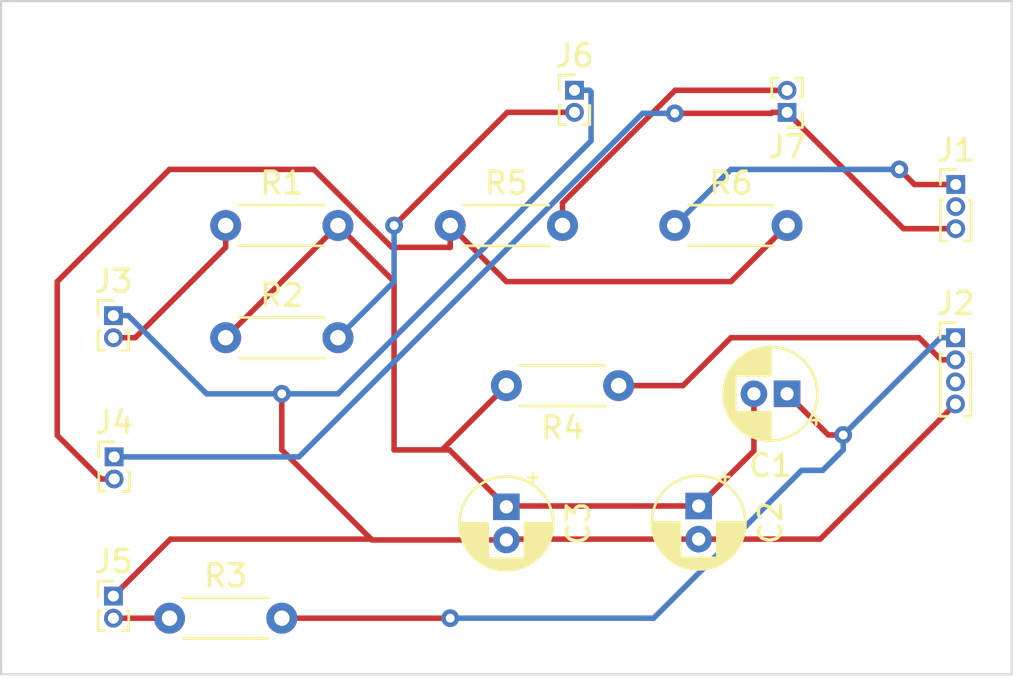
<source format=kicad_pcb>
(kicad_pcb (version 20211014) (generator pcbnew)
  (layers (0 "F.Cu" signal) (31 "B.Cu" signal) (34 "B.Paste" user) (35 "F.Paste" user) (36 "B.SilkS" user "B.Silkscreen") (37 "F.SilkS" user "F.Silkscreen") (38 "B.Mask" user) (39 "F.Mask" user) (44 "Edge.Cuts" user))
  (net 0 "")
  (net 1 "Net-(C1-Pad1)")
  (net 2 "Net-(C1-Pad2)")
  (net 3 "Net-(C3-Pad2)")
  (net 6 "Net-(J1-Pad1)")
  (net 7 "Net-(J4-Pad1)")
  (net 8 "Net-(R4-Pad1)")
  (net 9 "Net-(R1-Pad1)")
  (net 10 "Net-(J4-Pad2)")
  (net 11 "Net-(J5-Pad2)")
  (net 12 "Net-(R2-Pad2)")
  (net 13 "Net-(J7-Pad2)")
  (footprint "Capacitor_THT:CP_Radial_D4.0mm_P1.50mm" (layer "F.Cu") (at 139.7 106.717446 -90)
    (fp_text reference "C3" (at 0.75 -3.25 90) (layer "F.SilkS"))
    (fp_text value "1000pF")
    (fp_line (start 1.39 -1.982) (end 1.39 -0.84) (layer "F.SilkS") (width 0.12))
    (fp_line (start 1.951 0.84) (end 1.951 1.708) (layer "F.SilkS") (width 0.12))
    (fp_line (start 2.671 -0.859) (end 2.671 0.859) (layer "F.SilkS") (width 0.12))
    (fp_line (start 1.23 -2.025) (end 1.23 -0.84) (layer "F.SilkS") (width 0.12))
    (fp_line (start 1.35 0.84) (end 1.35 1.994) (layer "F.SilkS") (width 0.12))
    (fp_line (start 1.871 0.84) (end 1.871 1.76) (layer "F.SilkS") (width 0.12))
    (fp_line (start 2.151 -1.552) (end 2.151 -0.84) (layer "F.SilkS") (width 0.12))
    (fp_line (start 1.471 0.84) (end 1.471 1.954) (layer "F.SilkS") (width 0.12))
    (fp_line (start 1.07 0.84) (end 1.07 2.056) (layer "F.SilkS") (width 0.12))
    (fp_line (start 1.831 0.84) (end 1.831 1.785) (layer "F.SilkS") (width 0.12))
    (fp_line (start 2.391 -1.304) (end 2.391 1.304) (layer "F.SilkS") (width 0.12))
    (fp_line (start 1.631 -1.889) (end 1.631 -0.84) (layer "F.SilkS") (width 0.12))
    (fp_line (start 2.111 0.84) (end 2.111 1.587) (layer "F.SilkS") (width 0.12))
    (fp_line (start 1.03 0.84) (end 1.03 2.062) (layer "F.SilkS") (width 0.12))
    (fp_line (start 1.471 -1.954) (end 1.471 -0.84) (layer "F.SilkS") (width 0.12))
    (fp_line (start 2.751 -0.664) (end 2.751 0.664) (layer "F.SilkS") (width 0.12))
    (fp_line (start 1.911 -1.735) (end 1.911 -0.84) (layer "F.SilkS") (width 0.12))
    (fp_line (start 0.99 -2.067) (end 0.99 -0.84) (layer "F.SilkS") (width 0.12))
    (fp_line (start 1.791 0.84) (end 1.791 1.808) (layer "F.SilkS") (width 0.12))
    (fp_line (start 2.151 0.84) (end 2.151 1.552) (layer "F.SilkS") (width 0.12))
    (fp_line (start 0.79 -2.08) (end 0.79 -0.84) (layer "F.SilkS") (width 0.12))
    (fp_line (start 0.75 0.84) (end 0.75 2.08) (layer "F.SilkS") (width 0.12))
    (fp_line (start 1.751 0.84) (end 1.751 1.83) (layer "F.SilkS") (width 0.12))
    (fp_line (start 0.95 -2.071) (end 0.95 -0.84) (layer "F.SilkS") (width 0.12))
    (fp_line (start 2.111 -1.587) (end 2.111 -0.84) (layer "F.SilkS") (width 0.12))
    (fp_line (start 1.19 -2.034) (end 1.19 -0.84) (layer "F.SilkS") (width 0.12))
    (fp_line (start 2.591 -1.013) (end 2.591 1.013) (layer "F.SilkS") (width 0.12))
    (fp_line (start 1.871 -1.76) (end 1.871 -0.84) (layer "F.SilkS") (width 0.12))
    (fp_line (start 1.791 -1.808) (end 1.791 -0.84) (layer "F.SilkS") (width 0.12))
    (fp_line (start 1.27 0.84) (end 1.27 2.016) (layer "F.SilkS") (width 0.12))
    (fp_line (start 0.87 0.84) (end 0.87 2.077) (layer "F.SilkS") (width 0.12))
    (fp_line (start 2.431 -1.254) (end 2.431 1.254) (layer "F.SilkS") (width 0.12))
    (fp_line (start 2.351 -1.351) (end 2.351 1.351) (layer "F.SilkS") (width 0.12))
    (fp_line (start 1.11 0.84) (end 1.11 2.05) (layer "F.SilkS") (width 0.12))
    (fp_line (start 1.911 0.84) (end 1.911 1.735) (layer "F.SilkS") (width 0.12))
    (fp_line (start 0.75 -2.08) (end 0.75 -0.84) (layer "F.SilkS") (width 0.12))
    (fp_line (start 1.551 -1.924) (end 1.551 -0.84) (layer "F.SilkS") (width 0.12))
    (fp_line (start 1.671 0.84) (end 1.671 1.87) (layer "F.SilkS") (width 0.12))
    (fp_line (start 1.591 -1.907) (end 1.591 -0.84) (layer "F.SilkS") (width 0.12))
    (fp_line (start 1.991 0.84) (end 1.991 1.68) (layer "F.SilkS") (width 0.12))
    (fp_line (start 0.99 0.84) (end 0.99 2.067) (layer "F.SilkS") (width 0.12))
    (fp_line (start 1.31 -2.005) (end 1.31 -0.84) (layer "F.SilkS") (width 0.12))
    (fp_line (start 2.831 -0.37) (end 2.831 0.37) (layer "F.SilkS") (width 0.12))
    (fp_line (start 1.15 0.84) (end 1.15 2.042) (layer "F.SilkS") (width 0.12))
    (fp_line (start 1.711 -1.851) (end 1.711 -0.84) (layer "F.SilkS") (width 0.12))
    (fp_line (start 2.031 0.84) (end 2.031 1.65) (layer "F.SilkS") (width 0.12))
    (fp_line (start 1.951 -1.708) (end 1.951 -0.84) (layer "F.SilkS") (width 0.12))
    (fp_line (start 1.07 -2.056) (end 1.07 -0.84) (layer "F.SilkS") (width 0.12))
    (fp_line (start 2.071 0.84) (end 2.071 1.619) (layer "F.SilkS") (width 0.12))
    (fp_line (start 2.631 -0.94) (end 2.631 0.94) (layer "F.SilkS") (width 0.12))
    (fp_line (start 2.271 -1.438) (end 2.271 -0.84) (layer "F.SilkS") (width 0.12))
    (fp_line (start 1.831 -1.785) (end 1.831 -0.84) (layer "F.SilkS") (width 0.12))
    (fp_line (start 1.27 -2.016) (end 1.27 -0.84) (layer "F.SilkS") (width 0.12))
    (fp_line (start 1.551 0.84) (end 1.551 1.924) (layer "F.SilkS") (width 0.12))
    (fp_line (start 1.19 0.84) (end 1.19 2.034) (layer "F.SilkS") (width 0.12))
    (fp_line (start -1.319801 -1.395) (end -1.319801 -0.995) (layer "F.SilkS") (width 0.12))
    (fp_line (start 1.511 0.84) (end 1.511 1.94) (layer "F.SilkS") (width 0.12))
    (fp_line (start 1.11 -2.05) (end 1.11 -0.84) (layer "F.SilkS") (width 0.12))
    (fp_line (start 0.91 0.84) (end 0.91 2.074) (layer "F.SilkS") (width 0.12))
    (fp_line (start 0.95 0.84) (end 0.95 2.071) (layer "F.SilkS") (width 0.12))
    (fp_line (start 2.031 -1.65) (end 2.031 -0.84) (layer "F.SilkS") (width 0.12))
    (fp_line (start 2.791 -0.537) (end 2.791 0.537) (layer "F.SilkS") (width 0.12))
    (fp_line (start 2.511 -1.142) (end 2.511 1.142) (layer "F.SilkS") (width 0.12))
    (fp_line (start 1.671 -1.87) (end 1.671 -0.84) (layer "F.SilkS") (width 0.12))
    (fp_line (start 0.91 -2.074) (end 0.91 -0.84) (layer "F.SilkS") (width 0.12))
    (fp_line (start 1.23 0.84) (end 1.23 2.025) (layer "F.SilkS") (width 0.12))
    (fp_line (start 0.79 0.84) (end 0.79 2.08) (layer "F.SilkS") (width 0.12))
    (fp_line (start 1.03 -2.062) (end 1.03 -0.84) (layer "F.SilkS") (width 0.12))
    (fp_line (start 1.31 0.84) (end 1.31 2.005) (layer "F.SilkS") (width 0.12))
    (fp_line (start 1.711 0.84) (end 1.711 1.851) (layer "F.SilkS") (width 0.12))
    (fp_line (start 2.271 0.84) (end 2.271 1.438) (layer "F.SilkS") (width 0.12))
    (fp_line (start 2.071 -1.619) (end 2.071 -0.84) (layer "F.SilkS") (width 0.12))
    (fp_line (start 2.471 -1.2) (end 2.471 1.2) (layer "F.SilkS") (width 0.12))
    (fp_line (start 0.83 0.84) (end 0.83 2.079) (layer "F.SilkS") (width 0.12))
    (fp_line (start 2.231 -1.478) (end 2.231 -0.84) (layer "F.SilkS") (width 0.12))
    (fp_line (start 1.35 -1.994) (end 1.35 -0.84) (layer "F.SilkS") (width 0.12))
    (fp_line (start -1.519801 -1.195) (end -1.119801 -1.195) (layer "F.SilkS") (width 0.12))
    (fp_line (start 2.191 -1.516) (end 2.191 -0.84) (layer "F.SilkS") (width 0.12))
    (fp_line (start 0.87 -2.077) (end 0.87 -0.84) (layer "F.SilkS") (width 0.12))
    (fp_line (start 1.511 -1.94) (end 1.511 -0.84) (layer "F.SilkS") (width 0.12))
    (fp_line (start 2.311 0.84) (end 2.311 1.396) (layer "F.SilkS") (width 0.12))
    (fp_line (start 1.39 0.84) (end 1.39 1.982) (layer "F.SilkS") (width 0.12))
    (fp_line (start 1.751 -1.83) (end 1.751 -0.84) (layer "F.SilkS") (width 0.12))
    (fp_line (start 2.551 -1.08) (end 2.551 1.08) (layer "F.SilkS") (width 0.12))
    (fp_line (start 1.43 -1.968) (end 1.43 -0.84) (layer "F.SilkS") (width 0.12))
    (fp_line (start 2.311 -1.396) (end 2.311 -0.84) (layer "F.SilkS") (width 0.12))
    (fp_line (start 2.711 -0.768) (end 2.711 0.768) (layer "F.SilkS") (width 0.12))
    (fp_line (start 1.991 -1.68) (end 1.991 -0.84) (layer "F.SilkS") (width 0.12))
    (fp_line (start 1.15 -2.042) (end 1.15 -0.84) (layer "F.SilkS") (width 0.12))
    (fp_line (start 2.191 0.84) (end 2.191 1.516) (layer "F.SilkS") (width 0.12))
    (fp_line (start 0.83 -2.079) (end 0.83 -0.84) (layer "F.SilkS") (width 0.12))
    (fp_line (start 2.231 0.84) (end 2.231 1.478) (layer "F.SilkS") (width 0.12))
    (fp_line (start 1.591 0.84) (end 1.591 1.907) (layer "F.SilkS") (width 0.12))
    (fp_line (start 1.43 0.84) (end 1.43 1.968) (layer "F.SilkS") (width 0.12))
    (fp_line (start 1.631 0.84) (end 1.631 1.889) (layer "F.SilkS") (width 0.12))
    (fp_circle (center 0.75 0) (end 2.87 0) (layer "F.SilkS") (width 0.12) (fill none))
    (pad "1" thru_hole rect (at 0 0 270) (size 1.2 1.2) (drill 0.6) (layers *.Cu *.Mask) (net 2 "Net-(C1-Pad2)"))
    (pad "2" thru_hole circle (at 1.5 0 270) (size 1.2 1.2) (drill 0.6) (layers *.Cu *.Mask) (net 3 "Net-(C3-Pad2)"))
  )
  (footprint "Resistor_THT:R_Axial_DIN0204_L3.6mm_D1.6mm_P5.08mm_Horizontal" (layer "F.Cu") (at 127 99.06)
    (fp_text reference "R2" (at 2.54 -1.92) (layer "F.SilkS"))
    (fp_text value "1Kohm")
    (fp_line (start 0.62 -0.92) (end 4.46 -0.92) (layer "F.SilkS") (width 0.12))
    (fp_line (start 0.62 0.92) (end 4.46 0.92) (layer "F.SilkS") (width 0.12))
    (pad "1" thru_hole circle (at 0 0) (size 1.4 1.4) (drill 0.7) (layers *.Cu *.Mask) (net 2 "Net-(C1-Pad2)"))
    (pad "2" thru_hole oval (at 5.08 0) (size 1.4 1.4) (drill 0.7) (layers *.Cu *.Mask) (net 12 "Net-(R2-Pad2)"))
  )
  (footprint "Connector_PinHeader_1.00mm:PinHeader_1x04_P1.00mm_Vertical" (layer "F.Cu") (at 160.02 99.06)
    (fp_text reference "J2" (at 0 -1.56) (layer "F.SilkS"))
    (fp_text value "mic&ptt")
    (fp_line (start 0.394493 3.56) (end 0.695 3.56) (layer "F.SilkS") (width 0.12))
    (fp_line (start 0.608276 0.685) (end 0.695 0.685) (layer "F.SilkS") (width 0.12))
    (fp_line (start -0.695 3.56) (end -0.394493 3.56) (layer "F.SilkS") (width 0.12))
    (fp_line (start -0.695 -0.685) (end 0 -0.685) (layer "F.SilkS") (width 0.12))
    (fp_line (start 0.695 0.685) (end 0.695 3.56) (layer "F.SilkS") (width 0.12))
    (fp_line (start -0.695 0) (end -0.695 -0.685) (layer "F.SilkS") (width 0.12))
    (fp_line (start -0.695 0.685) (end -0.608276 0.685) (layer "F.SilkS") (width 0.12))
    (fp_line (start -0.695 0.685) (end -0.695 3.56) (layer "F.SilkS") (width 0.12))
    (pad "1" thru_hole rect (at 0 0) (size 0.85 0.85) (drill 0.5) (layers *.Cu *.Mask) (net 1 "Net-(C1-Pad1)"))
    (pad "2" thru_hole oval (at 0 1) (size 0.85 0.85) (drill 0.5) (layers *.Cu *.Mask) (net 8 "Net-(R4-Pad1)"))
    (pad "3" thru_hole oval (at 0 2) (size 0.85 0.85) (drill 0.5) (layers *.Cu *.Mask))
    (pad "4" thru_hole oval (at 0 3) (size 0.85 0.85) (drill 0.5) (layers *.Cu *.Mask) (net 3 "Net-(C3-Pad2)"))
  )
  (footprint "Resistor_THT:R_Axial_DIN0204_L3.6mm_D1.6mm_P5.08mm_Horizontal" (layer "F.Cu") (at 144.78 101.23 180)
    (fp_text reference "R4" (at 2.54 -1.92) (layer "F.SilkS"))
    (fp_text value "2.2kohm")
    (fp_line (start 0.62 0.92) (end 4.46 0.92) (layer "F.SilkS") (width 0.12))
    (fp_line (start 0.62 -0.92) (end 4.46 -0.92) (layer "F.SilkS") (width 0.12))
    (pad "1" thru_hole circle (at 0 0 180) (size 1.4 1.4) (drill 0.7) (layers *.Cu *.Mask) (net 8 "Net-(R4-Pad1)"))
    (pad "2" thru_hole oval (at 5.08 0 180) (size 1.4 1.4) (drill 0.7) (layers *.Cu *.Mask) (net 2 "Net-(C1-Pad2)"))
  )
  (footprint "Capacitor_THT:CP_Radial_D4.0mm_P1.50mm" (layer "F.Cu") (at 148.4 106.68 -90)
    (fp_text reference "C2" (at 0.75 -3.25 90) (layer "F.SilkS"))
    (fp_text value "330pF")
    (fp_line (start 1.951 -1.708) (end 1.951 -0.84) (layer "F.SilkS") (width 0.12))
    (fp_line (start 1.39 0.84) (end 1.39 1.982) (layer "F.SilkS") (width 0.12))
    (fp_line (start 0.91 0.84) (end 0.91 2.074) (layer "F.SilkS") (width 0.12))
    (fp_line (start 1.991 0.84) (end 1.991 1.68) (layer "F.SilkS") (width 0.12))
    (fp_line (start 0.83 0.84) (end 0.83 2.079) (layer "F.SilkS") (width 0.12))
    (fp_line (start 0.87 -2.077) (end 0.87 -0.84) (layer "F.SilkS") (width 0.12))
    (fp_line (start 1.871 0.84) (end 1.871 1.76) (layer "F.SilkS") (width 0.12))
    (fp_line (start 2.551 -1.08) (end 2.551 1.08) (layer "F.SilkS") (width 0.12))
    (fp_line (start 2.711 -0.768) (end 2.711 0.768) (layer "F.SilkS") (width 0.12))
    (fp_line (start 0.79 0.84) (end 0.79 2.08) (layer "F.SilkS") (width 0.12))
    (fp_line (start 2.271 0.84) (end 2.271 1.438) (layer "F.SilkS") (width 0.12))
    (fp_line (start 1.07 -2.056) (end 1.07 -0.84) (layer "F.SilkS") (width 0.12))
    (fp_line (start 2.311 -1.396) (end 2.311 -0.84) (layer "F.SilkS") (width 0.12))
    (fp_line (start 2.031 -1.65) (end 2.031 -0.84) (layer "F.SilkS") (width 0.12))
    (fp_line (start 1.551 0.84) (end 1.551 1.924) (layer "F.SilkS") (width 0.12))
    (fp_line (start 2.151 -1.552) (end 2.151 -0.84) (layer "F.SilkS") (width 0.12))
    (fp_line (start 1.631 0.84) (end 1.631 1.889) (layer "F.SilkS") (width 0.12))
    (fp_line (start 1.35 0.84) (end 1.35 1.994) (layer "F.SilkS") (width 0.12))
    (fp_line (start 2.431 -1.254) (end 2.431 1.254) (layer "F.SilkS") (width 0.12))
    (fp_line (start 1.591 -1.907) (end 1.591 -0.84) (layer "F.SilkS") (width 0.12))
    (fp_line (start 1.631 -1.889) (end 1.631 -0.84) (layer "F.SilkS") (width 0.12))
    (fp_line (start 0.75 -2.08) (end 0.75 -0.84) (layer "F.SilkS") (width 0.12))
    (fp_line (start 1.511 -1.94) (end 1.511 -0.84) (layer "F.SilkS") (width 0.12))
    (fp_line (start 2.111 0.84) (end 2.111 1.587) (layer "F.SilkS") (width 0.12))
    (fp_line (start 1.871 -1.76) (end 1.871 -0.84) (layer "F.SilkS") (width 0.12))
    (fp_line (start 1.831 -1.785) (end 1.831 -0.84) (layer "F.SilkS") (width 0.12))
    (fp_line (start 2.031 0.84) (end 2.031 1.65) (layer "F.SilkS") (width 0.12))
    (fp_line (start 1.591 0.84) (end 1.591 1.907) (layer "F.SilkS") (width 0.12))
    (fp_line (start 2.311 0.84) (end 2.311 1.396) (layer "F.SilkS") (width 0.12))
    (fp_line (start 1.07 0.84) (end 1.07 2.056) (layer "F.SilkS") (width 0.12))
    (fp_line (start 1.511 0.84) (end 1.511 1.94) (layer "F.SilkS") (width 0.12))
    (fp_line (start 2.471 -1.2) (end 2.471 1.2) (layer "F.SilkS") (width 0.12))
    (fp_line (start 2.231 -1.478) (end 2.231 -0.84) (layer "F.SilkS") (width 0.12))
    (fp_line (start 1.711 -1.851) (end 1.711 -0.84) (layer "F.SilkS") (width 0.12))
    (fp_line (start 2.751 -0.664) (end 2.751 0.664) (layer "F.SilkS") (width 0.12))
    (fp_line (start 0.95 0.84) (end 0.95 2.071) (layer "F.SilkS") (width 0.12))
    (fp_line (start 1.19 0.84) (end 1.19 2.034) (layer "F.SilkS") (width 0.12))
    (fp_line (start 1.27 0.84) (end 1.27 2.016) (layer "F.SilkS") (width 0.12))
    (fp_line (start 2.111 -1.587) (end 2.111 -0.84) (layer "F.SilkS") (width 0.12))
    (fp_line (start 0.99 0.84) (end 0.99 2.067) (layer "F.SilkS") (width 0.12))
    (fp_line (start 2.191 0.84) (end 2.191 1.516) (layer "F.SilkS") (width 0.12))
    (fp_line (start 1.39 -1.982) (end 1.39 -0.84) (layer "F.SilkS") (width 0.12))
    (fp_line (start 0.83 -2.079) (end 0.83 -0.84) (layer "F.SilkS") (width 0.12))
    (fp_line (start 1.751 -1.83) (end 1.751 -0.84) (layer "F.SilkS") (width 0.12))
    (fp_line (start 1.23 0.84) (end 1.23 2.025) (layer "F.SilkS") (width 0.12))
    (fp_line (start 1.31 0.84) (end 1.31 2.005) (layer "F.SilkS") (width 0.12))
    (fp_line (start 1.23 -2.025) (end 1.23 -0.84) (layer "F.SilkS") (width 0.12))
    (fp_line (start 1.43 0.84) (end 1.43 1.968) (layer "F.SilkS") (width 0.12))
    (fp_line (start 2.071 -1.619) (end 2.071 -0.84) (layer "F.SilkS") (width 0.12))
    (fp_line (start 2.591 -1.013) (end 2.591 1.013) (layer "F.SilkS") (width 0.12))
    (fp_line (start 2.231 0.84) (end 2.231 1.478) (layer "F.SilkS") (width 0.12))
    (fp_line (start 2.071 0.84) (end 2.071 1.619) (layer "F.SilkS") (width 0.12))
    (fp_line (start 2.831 -0.37) (end 2.831 0.37) (layer "F.SilkS") (width 0.12))
    (fp_line (start -1.519801 -1.195) (end -1.119801 -1.195) (layer "F.SilkS") (width 0.12))
    (fp_line (start -1.319801 -1.395) (end -1.319801 -0.995) (layer "F.SilkS") (width 0.12))
    (fp_line (start 2.191 -1.516) (end 2.191 -0.84) (layer "F.SilkS") (width 0.12))
    (fp_line (start 1.31 -2.005) (end 1.31 -0.84) (layer "F.SilkS") (width 0.12))
    (fp_line (start 1.03 0.84) (end 1.03 2.062) (layer "F.SilkS") (width 0.12))
    (fp_line (start 1.911 -1.735) (end 1.911 -0.84) (layer "F.SilkS") (width 0.12))
    (fp_line (start 1.551 -1.924) (end 1.551 -0.84) (layer "F.SilkS") (width 0.12))
    (fp_line (start 0.79 -2.08) (end 0.79 -0.84) (layer "F.SilkS") (width 0.12))
    (fp_line (start 2.151 0.84) (end 2.151 1.552) (layer "F.SilkS") (width 0.12))
    (fp_line (start 1.951 0.84) (end 1.951 1.708) (layer "F.SilkS") (width 0.12))
    (fp_line (start 1.03 -2.062) (end 1.03 -0.84) (layer "F.SilkS") (width 0.12))
    (fp_line (start 2.671 -0.859) (end 2.671 0.859) (layer "F.SilkS") (width 0.12))
    (fp_line (start 1.791 0.84) (end 1.791 1.808) (layer "F.SilkS") (width 0.12))
    (fp_line (start 0.87 0.84) (end 0.87 2.077) (layer "F.SilkS") (width 0.12))
    (fp_line (start 0.91 -2.074) (end 0.91 -0.84) (layer "F.SilkS") (width 0.12))
    (fp_line (start 1.35 -1.994) (end 1.35 -0.84) (layer "F.SilkS") (width 0.12))
    (fp_line (start 2.271 -1.438) (end 2.271 -0.84) (layer "F.SilkS") (width 0.12))
    (fp_line (start 1.751 0.84) (end 1.751 1.83) (layer "F.SilkS") (width 0.12))
    (fp_line (start 0.99 -2.067) (end 0.99 -0.84) (layer "F.SilkS") (width 0.12))
    (fp_line (start 2.511 -1.142) (end 2.511 1.142) (layer "F.SilkS") (width 0.12))
    (fp_line (start 1.19 -2.034) (end 1.19 -0.84) (layer "F.SilkS") (width 0.12))
    (fp_line (start 1.15 -2.042) (end 1.15 -0.84) (layer "F.SilkS") (width 0.12))
    (fp_line (start 2.391 -1.304) (end 2.391 1.304) (layer "F.SilkS") (width 0.12))
    (fp_line (start 1.711 0.84) (end 1.711 1.851) (layer "F.SilkS") (width 0.12))
    (fp_line (start 1.791 -1.808) (end 1.791 -0.84) (layer "F.SilkS") (width 0.12))
    (fp_line (start 1.671 0.84) (end 1.671 1.87) (layer "F.SilkS") (width 0.12))
    (fp_line (start 2.791 -0.537) (end 2.791 0.537) (layer "F.SilkS") (width 0.12))
    (fp_line (start 1.911 0.84) (end 1.911 1.735) (layer "F.SilkS") (width 0.12))
    (fp_line (start 1.991 -1.68) (end 1.991 -0.84) (layer "F.SilkS") (width 0.12))
    (fp_line (start 1.15 0.84) (end 1.15 2.042) (layer "F.SilkS") (width 0.12))
    (fp_line (start 0.75 0.84) (end 0.75 2.08) (layer "F.SilkS") (width 0.12))
    (fp_line (start 1.671 -1.87) (end 1.671 -0.84) (layer "F.SilkS") (width 0.12))
    (fp_line (start 1.831 0.84) (end 1.831 1.785) (layer "F.SilkS") (width 0.12))
    (fp_line (start 0.95 -2.071) (end 0.95 -0.84) (layer "F.SilkS") (width 0.12))
    (fp_line (start 1.471 0.84) (end 1.471 1.954) (layer "F.SilkS") (width 0.12))
    (fp_line (start 2.351 -1.351) (end 2.351 1.351) (layer "F.SilkS") (width 0.12))
    (fp_line (start 1.471 -1.954) (end 1.471 -0.84) (layer "F.SilkS") (width 0.12))
    (fp_line (start 2.631 -0.94) (end 2.631 0.94) (layer "F.SilkS") (width 0.12))
    (fp_line (start 1.11 -2.05) (end 1.11 -0.84) (layer "F.SilkS") (width 0.12))
    (fp_line (start 1.43 -1.968) (end 1.43 -0.84) (layer "F.SilkS") (width 0.12))
    (fp_line (start 1.11 0.84) (end 1.11 2.05) (layer "F.SilkS") (width 0.12))
    (fp_line (start 1.27 -2.016) (end 1.27 -0.84) (layer "F.SilkS") (width 0.12))
    (fp_circle (center 0.75 0) (end 2.87 0) (layer "F.SilkS") (width 0.12) (fill none))
    (pad "1" thru_hole rect (at 0 0 270) (size 1.2 1.2) (drill 0.6) (layers *.Cu *.Mask) (net 2 "Net-(C1-Pad2)"))
    (pad "2" thru_hole circle (at 1.5 0 270) (size 1.2 1.2) (drill 0.6) (layers *.Cu *.Mask) (net 3 "Net-(C3-Pad2)"))
  )
  (footprint "Connector_PinHeader_1.00mm:PinHeader_1x02_P1.00mm_Vertical" (layer "F.Cu") (at 121.95487 104.45625)
    (fp_text reference "J4" (at 0 -1.56) (layer "F.SilkS"))
    (fp_text value "MicOutput")
    (fp_line (start 0.608276 0.685) (end 0.695 0.685) (layer "F.SilkS") (width 0.12))
    (fp_line (start -0.695 0) (end -0.695 -0.685) (layer "F.SilkS") (width 0.12))
    (fp_line (start 0.394493 1.56) (end 0.695 1.56) (layer "F.SilkS") (width 0.12))
    (fp_line (start -0.695 -0.685) (end 0 -0.685) (layer "F.SilkS") (width 0.12))
    (fp_line (start -0.695 0.685) (end -0.608276 0.685) (layer "F.SilkS") (width 0.12))
    (fp_line (start -0.695 0.685) (end -0.695 1.56) (layer "F.SilkS") (width 0.12))
    (fp_line (start 0.695 0.685) (end 0.695 1.56) (layer "F.SilkS") (width 0.12))
    (fp_line (start -0.695 1.56) (end -0.394493 1.56) (layer "F.SilkS") (width 0.12))
    (pad "1" thru_hole rect (at 0 0) (size 0.85 0.85) (drill 0.5) (layers *.Cu *.Mask) (net 7 "Net-(J4-Pad1)"))
    (pad "2" thru_hole oval (at 0 1) (size 0.85 0.85) (drill 0.5) (layers *.Cu *.Mask) (net 10 "Net-(J4-Pad2)"))
  )
  (footprint "Connector_PinHeader_1.00mm:PinHeader_1x02_P1.00mm_Vertical" (layer "F.Cu") (at 152.4 88.85875 180)
    (fp_text reference "J7" (at 0 -1.56) (layer "F.SilkS"))
    (fp_text value "Potentiometer RT")
    (fp_line (start -0.695 -0.685) (end 0 -0.685) (layer "F.SilkS") (width 0.12))
    (fp_line (start -0.695 0) (end -0.695 -0.685) (layer "F.SilkS") (width 0.12))
    (fp_line (start 0.394493 1.56) (end 0.695 1.56) (layer "F.SilkS") (width 0.12))
    (fp_line (start -0.695 0.685) (end -0.695 1.56) (layer "F.SilkS") (width 0.12))
    (fp_line (start -0.695 0.685) (end -0.608276 0.685) (layer "F.SilkS") (width 0.12))
    (fp_line (start -0.695 1.56) (end -0.394493 1.56) (layer "F.SilkS") (width 0.12))
    (fp_line (start 0.608276 0.685) (end 0.695 0.685) (layer "F.SilkS") (width 0.12))
    (fp_line (start 0.695 0.685) (end 0.695 1.56) (layer "F.SilkS") (width 0.12))
    (pad "1" thru_hole rect (at 0 0 180) (size 0.85 0.85) (drill 0.5) (layers *.Cu *.Mask) (net 7 "Net-(J4-Pad1)"))
    (pad "2" thru_hole oval (at 0 1 180) (size 0.85 0.85) (drill 0.5) (layers *.Cu *.Mask) (net 13 "Net-(J7-Pad2)"))
  )
  (footprint "Resistor_THT:R_Axial_DIN0204_L3.6mm_D1.6mm_P5.08mm_Horizontal" (layer "F.Cu") (at 137.16 93.98)
    (fp_text reference "R5" (at 2.54 -1.92) (layer "F.SilkS"))
    (fp_text value "1Kohm")
    (fp_line (start 0.62 -0.92) (end 4.46 -0.92) (layer "F.SilkS") (width 0.12))
    (fp_line (start 0.62 0.92) (end 4.46 0.92) (layer "F.SilkS") (width 0.12))
    (pad "1" thru_hole circle (at 0 0) (size 1.4 1.4) (drill 0.7) (layers *.Cu *.Mask) (net 10 "Net-(J4-Pad2)"))
    (pad "2" thru_hole oval (at 5.08 0) (size 1.4 1.4) (drill 0.7) (layers *.Cu *.Mask) (net 13 "Net-(J7-Pad2)"))
  )
  (footprint "Connector_PinHeader_1.00mm:PinHeader_1x02_P1.00mm_Vertical" (layer "F.Cu") (at 121.92 110.76)
    (fp_text reference "J5" (at 0 -1.56) (layer "F.SilkS"))
    (fp_text value "PTT")
    (fp_line (start -0.695 0) (end -0.695 -0.685) (layer "F.SilkS") (width 0.12))
    (fp_line (start -0.695 0.685) (end -0.695 1.56) (layer "F.SilkS") (width 0.12))
    (fp_line (start 0.695 0.685) (end 0.695 1.56) (layer "F.SilkS") (width 0.12))
    (fp_line (start -0.695 1.56) (end -0.394493 1.56) (layer "F.SilkS") (width 0.12))
    (fp_line (start -0.695 -0.685) (end 0 -0.685) (layer "F.SilkS") (width 0.12))
    (fp_line (start 0.608276 0.685) (end 0.695 0.685) (layer "F.SilkS") (width 0.12))
    (fp_line (start 0.394493 1.56) (end 0.695 1.56) (layer "F.SilkS") (width 0.12))
    (fp_line (start -0.695 0.685) (end -0.608276 0.685) (layer "F.SilkS") (width 0.12))
    (pad "1" thru_hole rect (at 0 0) (size 0.85 0.85) (drill 0.5) (layers *.Cu *.Mask) (net 3 "Net-(C3-Pad2)"))
    (pad "2" thru_hole oval (at 0 1) (size 0.85 0.85) (drill 0.5) (layers *.Cu *.Mask) (net 11 "Net-(J5-Pad2)"))
  )
  (footprint "Resistor_THT:R_Axial_DIN0204_L3.6mm_D1.6mm_P5.08mm_Horizontal" (layer "F.Cu") (at 124.46 111.76)
    (fp_text reference "R3" (at 2.54 -1.92) (layer "F.SilkS"))
    (fp_text value "33kohm")
    (fp_line (start 0.62 -0.92) (end 4.46 -0.92) (layer "F.SilkS") (width 0.12))
    (fp_line (start 0.62 0.92) (end 4.46 0.92) (layer "F.SilkS") (width 0.12))
    (pad "1" thru_hole circle (at 0 0) (size 1.4 1.4) (drill 0.7) (layers *.Cu *.Mask) (net 11 "Net-(J5-Pad2)"))
    (pad "2" thru_hole oval (at 5.08 0) (size 1.4 1.4) (drill 0.7) (layers *.Cu *.Mask) (net 1 "Net-(C1-Pad1)"))
  )
  (footprint "Connector_PinHeader_1.00mm:PinHeader_1x02_P1.00mm_Vertical" (layer "F.Cu") (at 121.92 98.06)
    (fp_text reference "J3" (at 0 -1.56) (layer "F.SilkS"))
    (fp_text value "AudioInput")
    (fp_line (start -0.695 0.685) (end -0.608276 0.685) (layer "F.SilkS") (width 0.12))
    (fp_line (start -0.695 0) (end -0.695 -0.685) (layer "F.SilkS") (width 0.12))
    (fp_line (start 0.394493 1.56) (end 0.695 1.56) (layer "F.SilkS") (width 0.12))
    (fp_line (start 0.608276 0.685) (end 0.695 0.685) (layer "F.SilkS") (width 0.12))
    (fp_line (start -0.695 -0.685) (end 0 -0.685) (layer "F.SilkS") (width 0.12))
    (fp_line (start -0.695 0.685) (end -0.695 1.56) (layer "F.SilkS") (width 0.12))
    (fp_line (start 0.695 0.685) (end 0.695 1.56) (layer "F.SilkS") (width 0.12))
    (fp_line (start -0.695 1.56) (end -0.394493 1.56) (layer "F.SilkS") (width 0.12))
    (pad "1" thru_hole rect (at 0 0) (size 0.85 0.85) (drill 0.5) (layers *.Cu *.Mask) (net 3 "Net-(C3-Pad2)"))
    (pad "2" thru_hole oval (at 0 1) (size 0.85 0.85) (drill 0.5) (layers *.Cu *.Mask) (net 9 "Net-(R1-Pad1)"))
  )
  (footprint "Capacitor_THT:CP_Radial_D4.0mm_P1.50mm" (layer "F.Cu") (at 152.4 101.6 180)
    (fp_text reference "C1" (at 0.75 -3.25) (layer "F.SilkS"))
    (fp_text value "1uP")
    (fp_line (start 0.79 0.84) (end 0.79 2.08) (layer "F.SilkS") (width 0.12))
    (fp_line (start 2.071 -1.619) (end 2.071 -0.84) (layer "F.SilkS") (width 0.12))
    (fp_line (start 1.591 -1.907) (end 1.591 -0.84) (layer "F.SilkS") (width 0.12))
    (fp_line (start 1.831 -1.785) (end 1.831 -0.84) (layer "F.SilkS") (width 0.12))
    (fp_line (start 1.35 0.84) (end 1.35 1.994) (layer "F.SilkS") (width 0.12))
    (fp_line (start 1.551 -1.924) (end 1.551 -0.84) (layer "F.SilkS") (width 0.12))
    (fp_line (start 1.31 0.84) (end 1.31 2.005) (layer "F.SilkS") (width 0.12))
    (fp_line (start 1.871 0.84) (end 1.871 1.76) (layer "F.SilkS") (width 0.12))
    (fp_line (start 1.711 0.84) (end 1.711 1.851) (layer "F.SilkS") (width 0.12))
    (fp_line (start 1.511 0.84) (end 1.511 1.94) (layer "F.SilkS") (width 0.12))
    (fp_line (start -1.319801 -1.395) (end -1.319801 -0.995) (layer "F.SilkS") (width 0.12))
    (fp_line (start 2.351 -1.351) (end 2.351 1.351) (layer "F.SilkS") (width 0.12))
    (fp_line (start 1.751 -1.83) (end 1.751 -0.84) (layer "F.SilkS") (width 0.12))
    (fp_line (start 2.511 -1.142) (end 2.511 1.142) (layer "F.SilkS") (width 0.12))
    (fp_line (start 2.751 -0.664) (end 2.751 0.664) (layer "F.SilkS") (width 0.12))
    (fp_line (start 2.631 -0.94) (end 2.631 0.94) (layer "F.SilkS") (width 0.12))
    (fp_line (start 1.591 0.84) (end 1.591 1.907) (layer "F.SilkS") (width 0.12))
    (fp_line (start 0.83 -2.079) (end 0.83 -0.84) (layer "F.SilkS") (width 0.12))
    (fp_line (start 1.671 0.84) (end 1.671 1.87) (layer "F.SilkS") (width 0.12))
    (fp_line (start 1.07 0.84) (end 1.07 2.056) (layer "F.SilkS") (width 0.12))
    (fp_line (start 0.87 0.84) (end 0.87 2.077) (layer "F.SilkS") (width 0.12))
    (fp_line (start 2.591 -1.013) (end 2.591 1.013) (layer "F.SilkS") (width 0.12))
    (fp_line (start 1.11 0.84) (end 1.11 2.05) (layer "F.SilkS") (width 0.12))
    (fp_line (start 1.631 0.84) (end 1.631 1.889) (layer "F.SilkS") (width 0.12))
    (fp_line (start 0.75 -2.08) (end 0.75 -0.84) (layer "F.SilkS") (width 0.12))
    (fp_line (start 1.911 0.84) (end 1.911 1.735) (layer "F.SilkS") (width 0.12))
    (fp_line (start 1.19 -2.034) (end 1.19 -0.84) (layer "F.SilkS") (width 0.12))
    (fp_line (start 1.07 -2.056) (end 1.07 -0.84) (layer "F.SilkS") (width 0.12))
    (fp_line (start 2.791 -0.537) (end 2.791 0.537) (layer "F.SilkS") (width 0.12))
    (fp_line (start 2.551 -1.08) (end 2.551 1.08) (layer "F.SilkS") (width 0.12))
    (fp_line (start 0.83 0.84) (end 0.83 2.079) (layer "F.SilkS") (width 0.12))
    (fp_line (start 1.39 0.84) (end 1.39 1.982) (layer "F.SilkS") (width 0.12))
    (fp_line (start 1.03 -2.062) (end 1.03 -0.84) (layer "F.SilkS") (width 0.12))
    (fp_line (start 1.15 0.84) (end 1.15 2.042) (layer "F.SilkS") (width 0.12))
    (fp_line (start 1.791 -1.808) (end 1.791 -0.84) (layer "F.SilkS") (width 0.12))
    (fp_line (start 1.471 -1.954) (end 1.471 -0.84) (layer "F.SilkS") (width 0.12))
    (fp_line (start 2.031 0.84) (end 2.031 1.65) (layer "F.SilkS") (width 0.12))
    (fp_line (start 1.511 -1.94) (end 1.511 -0.84) (layer "F.SilkS") (width 0.12))
    (fp_line (start 2.671 -0.859) (end 2.671 0.859) (layer "F.SilkS") (width 0.12))
    (fp_line (start 1.551 0.84) (end 1.551 1.924) (layer "F.SilkS") (width 0.12))
    (fp_line (start 1.23 -2.025) (end 1.23 -0.84) (layer "F.SilkS") (width 0.12))
    (fp_line (start 1.23 0.84) (end 1.23 2.025) (layer "F.SilkS") (width 0.12))
    (fp_line (start 1.43 0.84) (end 1.43 1.968) (layer "F.SilkS") (width 0.12))
    (fp_line (start 1.27 -2.016) (end 1.27 -0.84) (layer "F.SilkS") (width 0.12))
    (fp_line (start 0.95 -2.071) (end 0.95 -0.84) (layer "F.SilkS") (width 0.12))
    (fp_line (start 1.35 -1.994) (end 1.35 -0.84) (layer "F.SilkS") (width 0.12))
    (fp_line (start 1.751 0.84) (end 1.751 1.83) (layer "F.SilkS") (width 0.12))
    (fp_line (start 1.671 -1.87) (end 1.671 -0.84) (layer "F.SilkS") (width 0.12))
    (fp_line (start 0.87 -2.077) (end 0.87 -0.84) (layer "F.SilkS") (width 0.12))
    (fp_line (start 2.231 -1.478) (end 2.231 -0.84) (layer "F.SilkS") (width 0.12))
    (fp_line (start -1.519801 -1.195) (end -1.119801 -1.195) (layer "F.SilkS") (width 0.12))
    (fp_line (start 2.271 -1.438) (end 2.271 -0.84) (layer "F.SilkS") (width 0.12))
    (fp_line (start 1.951 -1.708) (end 1.951 -0.84) (layer "F.SilkS") (width 0.12))
    (fp_line (start 2.431 -1.254) (end 2.431 1.254) (layer "F.SilkS") (width 0.12))
    (fp_line (start 0.95 0.84) (end 0.95 2.071) (layer "F.SilkS") (width 0.12))
    (fp_line (start 2.471 -1.2) (end 2.471 1.2) (layer "F.SilkS") (width 0.12))
    (fp_line (start 2.831 -0.37) (end 2.831 0.37) (layer "F.SilkS") (width 0.12))
    (fp_line (start 1.951 0.84) (end 1.951 1.708) (layer "F.SilkS") (width 0.12))
    (fp_line (start 2.711 -0.768) (end 2.711 0.768) (layer "F.SilkS") (width 0.12))
    (fp_line (start 2.311 -1.396) (end 2.311 -0.84) (layer "F.SilkS") (width 0.12))
    (fp_line (start 1.471 0.84) (end 1.471 1.954) (layer "F.SilkS") (width 0.12))
    (fp_line (start 2.311 0.84) (end 2.311 1.396) (layer "F.SilkS") (width 0.12))
    (fp_line (start 1.991 -1.68) (end 1.991 -0.84) (layer "F.SilkS") (width 0.12))
    (fp_line (start 1.27 0.84) (end 1.27 2.016) (layer "F.SilkS") (width 0.12))
    (fp_line (start 1.871 -1.76) (end 1.871 -0.84) (layer "F.SilkS") (width 0.12))
    (fp_line (start 2.151 -1.552) (end 2.151 -0.84) (layer "F.SilkS") (width 0.12))
    (fp_line (start 2.031 -1.65) (end 2.031 -0.84) (layer "F.SilkS") (width 0.12))
    (fp_line (start 2.391 -1.304) (end 2.391 1.304) (layer "F.SilkS") (width 0.12))
    (fp_line (start 1.911 -1.735) (end 1.911 -0.84) (layer "F.SilkS") (width 0.12))
    (fp_line (start 0.75 0.84) (end 0.75 2.08) (layer "F.SilkS") (width 0.12))
    (fp_line (start 1.31 -2.005) (end 1.31 -0.84) (layer "F.SilkS") (width 0.12))
    (fp_line (start 1.03 0.84) (end 1.03 2.062) (layer "F.SilkS") (width 0.12))
    (fp_line (start 1.19 0.84) (end 1.19 2.034) (layer "F.SilkS") (width 0.12))
    (fp_line (start 0.91 0.84) (end 0.91 2.074) (layer "F.SilkS") (width 0.12))
    (fp_line (start 1.631 -1.889) (end 1.631 -0.84) (layer "F.SilkS") (width 0.12))
    (fp_line (start 1.831 0.84) (end 1.831 1.785) (layer "F.SilkS") (width 0.12))
    (fp_line (start 2.151 0.84) (end 2.151 1.552) (layer "F.SilkS") (width 0.12))
    (fp_line (start 1.39 -1.982) (end 1.39 -0.84) (layer "F.SilkS") (width 0.12))
    (fp_line (start 0.91 -2.074) (end 0.91 -0.84) (layer "F.SilkS") (width 0.12))
    (fp_line (start 1.711 -1.851) (end 1.711 -0.84) (layer "F.SilkS") (width 0.12))
    (fp_line (start 2.231 0.84) (end 2.231 1.478) (layer "F.SilkS") (width 0.12))
    (fp_line (start 2.271 0.84) (end 2.271 1.438) (layer "F.SilkS") (width 0.12))
    (fp_line (start 2.191 0.84) (end 2.191 1.516) (layer "F.SilkS") (width 0.12))
    (fp_line (start 0.99 0.84) (end 0.99 2.067) (layer "F.SilkS") (width 0.12))
    (fp_line (start 2.111 -1.587) (end 2.111 -0.84) (layer "F.SilkS") (width 0.12))
    (fp_line (start 1.791 0.84) (end 1.791 1.808) (layer "F.SilkS") (width 0.12))
    (fp_line (start 1.15 -2.042) (end 1.15 -0.84) (layer "F.SilkS") (width 0.12))
    (fp_line (start 1.11 -2.05) (end 1.11 -0.84) (layer "F.SilkS") (width 0.12))
    (fp_line (start 2.071 0.84) (end 2.071 1.619) (layer "F.SilkS") (width 0.12))
    (fp_line (start 0.79 -2.08) (end 0.79 -0.84) (layer "F.SilkS") (width 0.12))
    (fp_line (start 1.43 -1.968) (end 1.43 -0.84) (layer "F.SilkS") (width 0.12))
    (fp_line (start 2.191 -1.516) (end 2.191 -0.84) (layer "F.SilkS") (width 0.12))
    (fp_line (start 0.99 -2.067) (end 0.99 -0.84) (layer "F.SilkS") (width 0.12))
    (fp_line (start 2.111 0.84) (end 2.111 1.587) (layer "F.SilkS") (width 0.12))
    (fp_line (start 1.991 0.84) (end 1.991 1.68) (layer "F.SilkS") (width 0.12))
    (fp_circle (center 0.75 0) (end 2.87 0) (layer "F.SilkS") (width 0.12) (fill none))
    (pad "1" thru_hole rect (at 0 0 180) (size 1.2 1.2) (drill 0.6) (layers *.Cu *.Mask) (net 1 "Net-(C1-Pad1)"))
    (pad "2" thru_hole circle (at 1.5 0 180) (size 1.2 1.2) (drill 0.6) (layers *.Cu *.Mask) (net 2 "Net-(C1-Pad2)"))
  )
  (footprint "Connector_PinHeader_1.00mm:PinHeader_1x02_P1.00mm_Vertical" (layer "F.Cu") (at 142.781724 87.855)
    (fp_text reference "J6" (at 0 -1.56) (layer "F.SilkS"))
    (fp_text value "Potentiometer PC")
    (fp_line (start 0.394493 1.56) (end 0.695 1.56) (layer "F.SilkS") (width 0.12))
    (fp_line (start -0.695 0.685) (end -0.695 1.56) (layer "F.SilkS") (width 0.12))
    (fp_line (start 0.608276 0.685) (end 0.695 0.685) (layer "F.SilkS") (width 0.12))
    (fp_line (start -0.695 1.56) (end -0.394493 1.56) (layer "F.SilkS") (width 0.12))
    (fp_line (start -0.695 -0.685) (end 0 -0.685) (layer "F.SilkS") (width 0.12))
    (fp_line (start -0.695 0.685) (end -0.608276 0.685) (layer "F.SilkS") (width 0.12))
    (fp_line (start -0.695 0) (end -0.695 -0.685) (layer "F.SilkS") (width 0.12))
    (fp_line (start 0.695 0.685) (end 0.695 1.56) (layer "F.SilkS") (width 0.12))
    (pad "1" thru_hole rect (at 0 0) (size 0.85 0.85) (drill 0.5) (layers *.Cu *.Mask) (net 3 "Net-(C3-Pad2)"))
    (pad "2" thru_hole oval (at 0 1) (size 0.85 0.85) (drill 0.5) (layers *.Cu *.Mask) (net 12 "Net-(R2-Pad2)"))
  )
  (footprint "Resistor_THT:R_Axial_DIN0204_L3.6mm_D1.6mm_P5.08mm_Horizontal" (layer "F.Cu") (at 147.32 93.98)
    (fp_text reference "R6" (at 2.54 -1.92) (layer "F.SilkS"))
    (fp_text value "100Kohm")
    (fp_line (start 0.62 -0.92) (end 4.46 -0.92) (layer "F.SilkS") (width 0.12))
    (fp_line (start 0.62 0.92) (end 4.46 0.92) (layer "F.SilkS") (width 0.12))
    (pad "1" thru_hole circle (at 0 0) (size 1.4 1.4) (drill 0.7) (layers *.Cu *.Mask) (net 6 "Net-(J1-Pad1)"))
    (pad "2" thru_hole oval (at 5.08 0) (size 1.4 1.4) (drill 0.7) (layers *.Cu *.Mask) (net 10 "Net-(J4-Pad2)"))
  )
  (footprint "Connector_PinHeader_1.00mm:PinHeader_1x03_P1.00mm_Vertical" (layer "F.Cu") (at 160.032026 92.125)
    (fp_text reference "J1" (at 0 -1.56) (layer "F.SilkS"))
    (fp_text value "audio")
    (fp_line (start -0.695 0.685) (end -0.608276 0.685) (layer "F.SilkS") (width 0.12))
    (fp_line (start 0.394493 2.56) (end 0.695 2.56) (layer "F.SilkS") (width 0.12))
    (fp_line (start -0.695 -0.685) (end 0 -0.685) (layer "F.SilkS") (width 0.12))
    (fp_line (start -0.695 2.56) (end -0.394493 2.56) (layer "F.SilkS") (width 0.12))
    (fp_line (start 0.695 0.685) (end 0.695 2.56) (layer "F.SilkS") (width 0.12))
    (fp_line (start 0.608276 0.685) (end 0.695 0.685) (layer "F.SilkS") (width 0.12))
    (fp_line (start -0.695 0.685) (end -0.695 2.56) (layer "F.SilkS") (width 0.12))
    (fp_line (start -0.695 0) (end -0.695 -0.685) (layer "F.SilkS") (width 0.12))
    (pad "1" thru_hole rect (at 0 0) (size 0.85 0.85) (drill 0.5) (layers *.Cu *.Mask) (net 6 "Net-(J1-Pad1)"))
    (pad "2" thru_hole oval (at 0 1) (size 0.85 0.85) (drill 0.5) (layers *.Cu *.Mask))
    (pad "3" thru_hole oval (at 0 2) (size 0.85 0.85) (drill 0.5) (layers *.Cu *.Mask) (net 7 "Net-(J4-Pad1)"))
  )
  (footprint "Resistor_THT:R_Axial_DIN0204_L3.6mm_D1.6mm_P5.08mm_Horizontal" (layer "F.Cu") (at 127 93.98)
    (fp_text reference "R1" (at 2.54 -1.92) (layer "F.SilkS"))
    (fp_text value "100Kohm")
    (fp_line (start 0.62 -0.92) (end 4.46 -0.92) (layer "F.SilkS") (width 0.12))
    (fp_line (start 0.62 0.92) (end 4.46 0.92) (layer "F.SilkS") (width 0.12))
    (pad "1" thru_hole circle (at 0 0) (size 1.4 1.4) (drill 0.7) (layers *.Cu *.Mask) (net 9 "Net-(R1-Pad1)"))
    (pad "2" thru_hole oval (at 5.08 0) (size 1.4 1.4) (drill 0.7) (layers *.Cu *.Mask) (net 2 "Net-(C1-Pad2)"))
  )
  (gr_line (start 116.84 83.82) (end 162.56 83.82) (layer "Edge.Cuts") (width 0.1))
  (gr_line (start 116.84 114.3) (end 116.84 83.82) (layer "Edge.Cuts") (width 0.1))
  (gr_line (start 162.56 83.82) (end 162.56 114.3) (layer "Edge.Cuts") (width 0.1))
  (gr_line (start 162.56 114.3) (end 116.84 114.3) (layer "Edge.Cuts") (width 0.1))
  (segment (start 152.4 101.6) (end 154.265 103.465) (width 0.25) (layer "F.Cu") (net 1))
  (segment (start 154.265 103.465) (end 154.94 103.465) (width 0.25) (layer "F.Cu") (net 1))
  (segment (start 129.54 111.76) (end 137.16 111.76) (width 0.25) (layer "F.Cu") (net 1))
  (via (at 137.16 111.76) (size 0.8) (drill 0.4) (layers "F.Cu" "B.Cu") (net 1))
  (via (at 154.94 103.465) (size 0.8) (drill 0.4) (layers "F.Cu" "B.Cu") (net 1))
  (segment (start 153.056852 105.065) (end 154.015 105.065) (width 0.25) (layer "B.Cu") (net 1))
  (segment (start 146.361852 111.76) (end 153.056852 105.065) (width 0.25) (layer "B.Cu") (net 1))
  (segment (start 159.345 99.06) (end 154.94 103.465) (width 0.25) (layer "B.Cu") (net 1))
  (segment (start 154.015 105.065) (end 154.94 104.14) (width 0.25) (layer "B.Cu") (net 1))
  (segment (start 137.16 111.76) (end 146.361852 111.76) (width 0.25) (layer "B.Cu") (net 1))
  (segment (start 160.02 99.06) (end 159.345 99.06) (width 0.25) (layer "B.Cu") (net 1))
  (segment (start 154.94 103.465) (end 154.94 104.14) (width 0.25) (layer "B.Cu") (net 1))
  (segment (start 150.9 101.6) (end 150.9 104.18) (width 0.25) (layer "F.Cu") (net 2))
  (segment (start 150.9 104.18) (end 148.4 106.68) (width 0.25) (layer "F.Cu") (net 2))
  (segment (start 137.122554 104.14) (end 139.7 106.717446) (width 0.25) (layer "F.Cu") (net 2))
  (segment (start 136.79 104.14) (end 139.7 101.23) (width 0.25) (layer "F.Cu") (net 2))
  (segment (start 132.08 93.98) (end 127 99.06) (width 0.25) (layer "F.Cu") (net 2))
  (segment (start 148.4 106.68) (end 139.737446 106.68) (width 0.25) (layer "F.Cu") (net 2))
  (segment (start 132.08 93.98) (end 134.62 96.52) (width 0.25) (layer "F.Cu") (net 2))
  (segment (start 139.737446 106.68) (end 139.7 106.717446) (width 0.25) (layer "F.Cu") (net 2))
  (segment (start 134.62 104.14) (end 136.79 104.14) (width 0.25) (layer "F.Cu") (net 2))
  (segment (start 134.62 96.52) (end 134.62 104.14) (width 0.25) (layer "F.Cu") (net 2))
  (segment (start 136.79 104.14) (end 137.122554 104.14) (width 0.25) (layer "F.Cu") (net 2))
  (segment (start 148.4 108.18) (end 139.737446 108.18) (width 0.25) (layer "F.Cu") (net 3))
  (segment (start 124.5 108.18) (end 133.58 108.18) (width 0.25) (layer "F.Cu") (net 3))
  (segment (start 129.54 101.6) (end 129.54 104.14) (width 0.25) (layer "F.Cu") (net 3))
  (segment (start 139.737446 108.18) (end 139.7 108.217446) (width 0.25) (layer "F.Cu") (net 3))
  (segment (start 133.617446 108.217446) (end 139.7 108.217446) (width 0.25) (layer "F.Cu") (net 3))
  (segment (start 121.92 110.76) (end 124.5 108.18) (width 0.25) (layer "F.Cu") (net 3))
  (segment (start 160.02 102.06) (end 153.9 108.18) (width 0.25) (layer "F.Cu") (net 3))
  (segment (start 133.58 108.18) (end 133.617446 108.217446) (width 0.25) (layer "F.Cu") (net 3))
  (segment (start 129.54 104.14) (end 133.58 108.18) (width 0.25) (layer "F.Cu") (net 3))
  (segment (start 153.9 108.18) (end 148.4 108.18) (width 0.25) (layer "F.Cu") (net 3))
  (via (at 129.54 101.6) (size 0.8) (drill 0.4) (layers "F.Cu" "B.Cu") (net 3))
  (segment (start 143.456724 87.855) (end 143.531724 87.93) (width 0.25) (layer "B.Cu") (net 3))
  (segment (start 122.595 98.06) (end 121.92 98.06) (width 0.25) (layer "B.Cu") (net 3))
  (segment (start 143.531724 90.148276) (end 132.08 101.6) (width 0.25) (layer "B.Cu") (net 3))
  (segment (start 132.08 101.6) (end 129.54 101.6) (width 0.25) (layer "B.Cu") (net 3))
  (segment (start 126.135 101.6) (end 122.595 98.06) (width 0.25) (layer "B.Cu") (net 3))
  (segment (start 129.54 101.6) (end 126.135 101.6) (width 0.25) (layer "B.Cu") (net 3))
  (segment (start 142.781724 87.855) (end 143.456724 87.855) (width 0.25) (layer "B.Cu") (net 3))
  (segment (start 143.531724 87.93) (end 143.531724 90.148276) (width 0.25) (layer "B.Cu") (net 3))
  (segment (start 160.032026 92.125) (end 158.165 92.125) (width 0.25) (layer "F.Cu") (net 6))
  (segment (start 158.165 92.125) (end 157.48 91.44) (width 0.25) (layer "F.Cu") (net 6))
  (via (at 157.48 91.44) (size 0.8) (drill 0.4) (layers "F.Cu" "B.Cu") (net 6))
  (segment (start 149.86 91.44) (end 147.32 93.98) (width 0.25) (layer "B.Cu") (net 6))
  (segment (start 157.48 91.44) (end 149.86 91.44) (width 0.25) (layer "B.Cu") (net 6))
  (segment (start 152.4 88.85875) (end 151.725 88.85875) (width 0.25) (layer "F.Cu") (net 7))
  (segment (start 160.032026 94.125) (end 157.66625 94.125) (width 0.25) (layer "F.Cu") (net 7))
  (segment (start 151.68375 88.9) (end 147.32 88.9) (width 0.25) (layer "F.Cu") (net 7))
  (segment (start 151.725 88.85875) (end 151.68375 88.9) (width 0.25) (layer "F.Cu") (net 7))
  (segment (start 157.66625 94.125) (end 152.4 88.85875) (width 0.25) (layer "F.Cu") (net 7))
  (via (at 147.32 88.9) (size 0.8) (drill 0.4) (layers "F.Cu" "B.Cu") (net 7))
  (segment (start 147.32 88.9) (end 145.870431 88.9) (width 0.25) (layer "B.Cu") (net 7))
  (segment (start 145.870431 88.9) (end 130.314181 104.45625) (width 0.25) (layer "B.Cu") (net 7))
  (segment (start 130.314181 104.45625) (end 121.95487 104.45625) (width 0.25) (layer "B.Cu") (net 7))
  (segment (start 158.37 99.06) (end 159.37 100.06) (width 0.25) (layer "F.Cu") (net 8))
  (segment (start 144.78 101.23) (end 147.69 101.23) (width 0.25) (layer "F.Cu") (net 8))
  (segment (start 159.37 100.06) (end 160.02 100.06) (width 0.25) (layer "F.Cu") (net 8))
  (segment (start 149.86 99.06) (end 158.37 99.06) (width 0.25) (layer "F.Cu") (net 8))
  (segment (start 147.69 101.23) (end 149.86 99.06) (width 0.25) (layer "F.Cu") (net 8))
  (segment (start 127 94.969949) (end 122.909949 99.06) (width 0.25) (layer "F.Cu") (net 9))
  (segment (start 122.909949 99.06) (end 121.92 99.06) (width 0.25) (layer "F.Cu") (net 9))
  (segment (start 127 93.98) (end 127 94.969949) (width 0.25) (layer "F.Cu") (net 9))
  (segment (start 119.38 96.52) (end 119.38 103.48242) (width 0.25) (layer "F.Cu") (net 10))
  (segment (start 124.46 91.44) (end 119.38 96.52) (width 0.25) (layer "F.Cu") (net 10))
  (segment (start 137.16 93.98) (end 137.16 94.969949) (width 0.25) (layer "F.Cu") (net 10))
  (segment (start 152.4 93.98) (end 149.86 96.52) (width 0.25) (layer "F.Cu") (net 10))
  (segment (start 134.519518 94.969949) (end 130.989569 91.44) (width 0.25) (layer "F.Cu") (net 10))
  (segment (start 139.7 96.52) (end 137.16 93.98) (width 0.25) (layer "F.Cu") (net 10))
  (segment (start 149.86 96.52) (end 139.7 96.52) (width 0.25) (layer "F.Cu") (net 10))
  (segment (start 137.16 94.969949) (end 134.519518 94.969949) (width 0.25) (layer "F.Cu") (net 10))
  (segment (start 130.989569 91.44) (end 124.46 91.44) (width 0.25) (layer "F.Cu") (net 10))
  (segment (start 119.38 103.48242) (end 121.35383 105.45625) (width 0.25) (layer "F.Cu") (net 10))
  (segment (start 121.35383 105.45625) (end 121.95487 105.45625) (width 0.25) (layer "F.Cu") (net 10))
  (segment (start 121.92 111.76) (end 124.46 111.76) (width 0.25) (layer "F.Cu") (net 11))
  (segment (start 142.781724 88.855) (end 139.745 88.855) (width 0.25) (layer "F.Cu") (net 12))
  (segment (start 139.745 88.855) (end 134.62 93.98) (width 0.25) (layer "F.Cu") (net 12))
  (via (at 134.62 93.98) (size 0.8) (drill 0.4) (layers "F.Cu" "B.Cu") (net 12))
  (segment (start 134.62 93.98) (end 134.62 96.52) (width 0.25) (layer "B.Cu") (net 12))
  (segment (start 134.62 96.52) (end 132.08 99.06) (width 0.25) (layer "B.Cu") (net 12))
  (segment (start 147.335945 87.85875) (end 142.24 92.954695) (width 0.25) (layer "F.Cu") (net 13))
  (segment (start 152.4 87.85875) (end 147.335945 87.85875) (width 0.25) (layer "F.Cu") (net 13))
  (segment (start 142.24 92.954695) (end 142.24 93.98) (width 0.25) (layer "F.Cu") (net 13))
)
</source>
